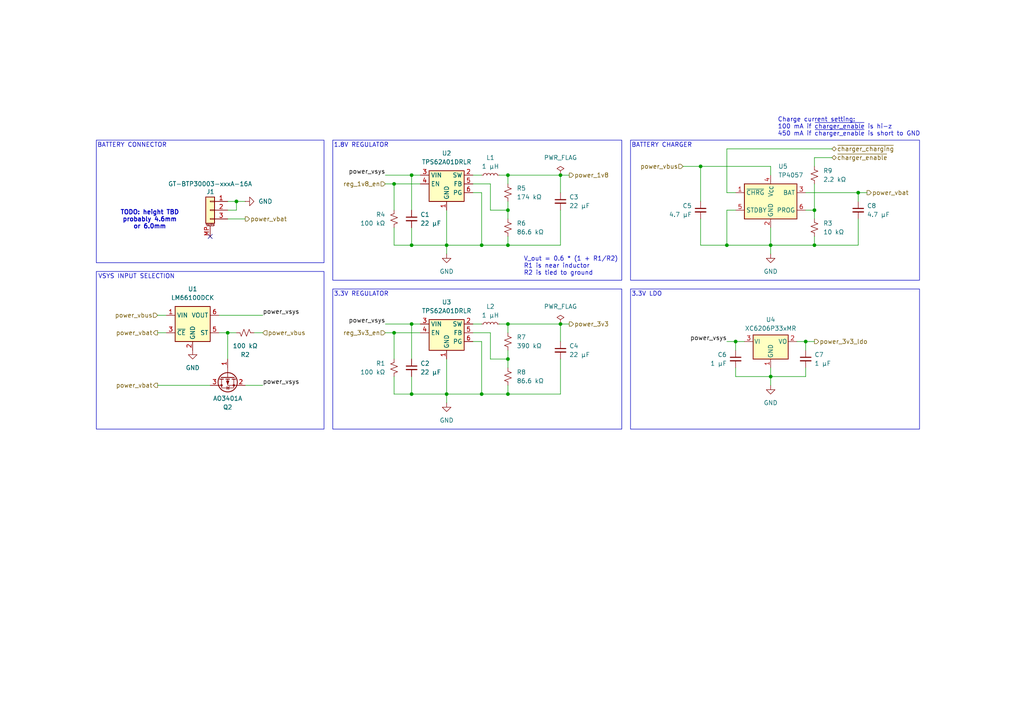
<source format=kicad_sch>
(kicad_sch (version 20250114) (generator "eeschema") (generator_version "9.0")
  (paper "A4")
  (title_block (title "Power supply / battery charger") (date "2024-11-14") (rev "Rev1.1") (comment 1 "Author: Aidan MacDonald") (comment 2 "Status: Development"))
  (lib_symbols
    (symbol "Battery_Management:TP4057"
      (property "Reference" "U5" (at 2.1941 10.16 0))
      (property "Value" "TP4057" (at 2.1941 7.62 0))
      (symbol "TP4057_0_1"
        (rectangle (start -7.62 5.08) (end 7.62 -5.08) (stroke (width 0.254)) (fill (type background)))
      )
      (symbol "TP4057_1_1"
        (pin open_collector line (at -10.16 2.54 0) (length 2.54) (name "~{CHRG}") (number "1"))
        (pin power_in line (at -10.16 -2.54 0) (length 2.54) (name "STDBY") (number "5"))
        (pin power_in line (at 0 7.62 270) (length 2.54) (name "V_{CC}") (number "4"))
        (pin power_in line (at 0 -7.62 90) (length 2.54) (name "GND") (number "2"))
        (pin power_out line (at 10.16 2.54 180) (length 2.54) (name "BAT") (number "3"))
        (pin passive line (at 10.16 -2.54 180) (length 2.54) (name "PROG") (number "6"))
      )
    )
    (symbol "Device:C_Small" (pin_numbers (hide yes)) (pin_names (offset 0.254) (hide yes))
      (property "Reference" "C" (at 0.254 1.778 0))
      (property "Value" "C_Small" (at 0.254 -2.032 0))
      (symbol "C_Small_0_1"
        (polyline (pts (xy -1.524 0.508) (xy 1.524 0.508)) (stroke (width 0.3048)))
        (polyline (pts (xy -1.524 -0.508) (xy 1.524 -0.508)) (stroke (width 0.3302)))
      )
      (symbol "C_Small_1_1"
        (pin passive line (at 0 2.54 270) (length 2.032) (name "~") (number "1"))
        (pin passive line (at 0 -2.54 90) (length 2.032) (name "~") (number "2"))
      )
    )
    (symbol "Device:L_Small" (pin_numbers (hide yes)) (pin_names (offset 0.254) (hide yes))
      (property "Reference" "L" (at 0.762 1.016 0))
      (property "Value" "L_Small" (at 0.762 -1.016 0))
      (symbol "L_Small_0_1"
        (arc (start 0 2.032) (mid 0.5058 1.524) (end 0 1.016))
        (arc (start 0 1.016) (mid 0.5058 0.508) (end 0 0))
        (arc (start 0 0) (mid 0.5058 -0.508) (end 0 -1.016))
        (arc (start 0 -1.016) (mid 0.5058 -1.524) (end 0 -2.032))
      )
      (symbol "L_Small_1_1"
        (pin passive line (at 0 2.54 270) (length 0.508) (name "~") (number "1"))
        (pin passive line (at 0 -2.54 90) (length 0.508) (name "~") (number "2"))
      )
    )
    (symbol "Device:Q_PMOS_GSD" (pin_names (offset 0) (hide yes))
      (property "Reference" "Q" (at 5.08 1.27 0))
      (property "Value" "Q_PMOS_GSD" (at 5.08 -1.27 0))
      (symbol "Q_PMOS_GSD_0_1"
        (polyline (pts (xy 0.254 1.905) (xy 0.254 -1.905)) (stroke (width 0.254)))
        (polyline (pts (xy 0.254 0) (xy -2.54 0)))
        (polyline (pts (xy 0.762 2.286) (xy 0.762 1.27)) (stroke (width 0.254)))
        (polyline (pts (xy 0.762 1.778) (xy 3.302 1.778) (xy 3.302 -1.778) (xy 0.762 -1.778)))
        (polyline (pts (xy 0.762 0.508) (xy 0.762 -0.508)) (stroke (width 0.254)))
        (polyline (pts (xy 0.762 -1.27) (xy 0.762 -2.286)) (stroke (width 0.254)))
        (circle (center 1.651 0) (radius 2.794) (stroke (width 0.254)))
        (polyline (pts (xy 2.286 0) (xy 1.27 0.381) (xy 1.27 -0.381) (xy 2.286 0)) (fill (type outline)))
        (polyline (pts (xy 2.54 2.54) (xy 2.54 1.778)))
        (circle (center 2.54 1.778) (radius 0.254) (fill (type outline)))
        (circle (center 2.54 -1.778) (radius 0.254) (fill (type outline)))
        (polyline (pts (xy 2.54 -2.54) (xy 2.54 0) (xy 0.762 0)))
        (polyline (pts (xy 2.794 -0.508) (xy 2.921 -0.381) (xy 3.683 -0.381) (xy 3.81 -0.254)))
        (polyline (pts (xy 3.302 -0.381) (xy 2.921 0.254) (xy 3.683 0.254) (xy 3.302 -0.381)))
      )
      (symbol "Q_PMOS_GSD_1_1"
        (pin input line (at -5.08 0 0) (length 2.54) (name "G") (number "1"))
        (pin passive line (at 2.54 5.08 270) (length 2.54) (name "D") (number "3"))
        (pin passive line (at 2.54 -5.08 90) (length 2.54) (name "S") (number "2"))
      )
    )
    (symbol "Device:R_Small_US" (pin_numbers (hide yes)) (pin_names (offset 0.254) (hide yes))
      (property "Reference" "R" (at 0.762 0.508 0))
      (property "Value" "R_Small_US" (at 0.762 -1.016 0))
      (symbol "R_Small_US_1_1"
        (polyline (pts (xy 0 1.524) (xy 1.016 1.143) (xy 0 0.762) (xy -1.016 0.381) (xy 0 0)))
        (polyline (pts (xy 0 0) (xy 1.016 -0.381) (xy 0 -0.762) (xy -1.016 -1.143) (xy 0 -1.524)))
        (pin passive line (at 0 2.54 270) (length 1.016) (name "~") (number "1"))
        (pin passive line (at 0 -2.54 90) (length 1.016) (name "~") (number "2"))
      )
    )
    (symbol "Regulator_Linear:XC6206PxxxMR" (pin_names (offset 0.254))
      (property "Reference" "U" (at -3.81 3.175 0))
      (property "Value" "XC6206PxxxMR" (at 0 3.175 0))
      (symbol "XC6206PxxxMR_0_1"
        (rectangle (start -5.08 1.905) (end 5.08 -5.08) (stroke (width 0.254)) (fill (type background)))
      )
      (symbol "XC6206PxxxMR_1_1"
        (pin power_in line (at -7.62 0 0) (length 2.54) (name "VI") (number "3"))
        (pin power_in line (at 0 -7.62 90) (length 2.54) (name "GND") (number "1"))
        (pin power_out line (at 7.62 0 180) (length 2.54) (name "VO") (number "2"))
      )
    )
    (symbol "TPS62A01DRLR_1"
      (property "Reference" "U2" (at 0 8.89 0))
      (property "Value" "TPS62A01DRLR" (at 0 6.35 0))
      (symbol "TPS62A01DRLR_1_0_1"
        (rectangle (start -5.08 3.81) (end 5.08 -5.08) (stroke (width 0.254)) (fill (type background)))
      )
      (symbol "TPS62A01DRLR_1_1_1"
        (pin power_in line (at -7.62 2.54 0) (length 2.54) (name "VIN") (number "3"))
        (pin input line (at -7.62 0 0) (length 2.54) (name "EN") (number "4"))
        (pin power_in line (at 0 -7.62 90) (length 2.54) (name "GND") (number "1"))
        (pin power_out line (at 7.62 2.54 180) (length 2.54) (name "SW") (number "2"))
        (pin input line (at 7.62 0 180) (length 2.54) (name "FB") (number "5"))
        (pin power_in line (at 7.62 -2.54 180) (length 2.54) (name "PG") (number "6"))
      )
    )
    (symbol "echoplayer:GT-BTP30003" (pin_names (offset 1.016) (hide yes))
      (property "Reference" "J" (at 0 5.08 0))
      (property "Value" "GT-BTP30003" (at 1.27 -5.08 0))
      (symbol "GT-BTP30003_1_1"
        (rectangle (start -1.27 3.81) (end 1.27 -3.81) (stroke (width 0.254)) (fill (type background)))
        (rectangle (start -1.27 2.667) (end 0 2.413) (stroke (width 0.1524)))
        (rectangle (start -1.27 0.127) (end 0 -0.127) (stroke (width 0.1524)))
        (rectangle (start -1.27 -2.413) (end 0 -2.667) (stroke (width 0.1524)))
        (polyline (pts (xy -1.016 -4.572) (xy 1.016 -4.572)) (stroke (width 0.1524)))
        (text "Mounting" (at 0 -4.191 0) (effects (font (size 0.381 0.381))))
        (pin passive line (at -5.08 2.54 0) (length 3.81) (name "Pin_1") (number "1"))
        (pin passive line (at -5.08 0 0) (length 3.81) (name "Pin_2") (number "2"))
        (pin passive line (at -5.08 -2.54 0) (length 3.81) (name "Pin_3") (number "3"))
        (pin passive line (at 0 -7.62 90) (length 3.048) (name "MountPin") (number "MP"))
      )
    )
    (symbol "echoplayer:LM66100DCK"
      (property "Reference" "U" (at -5.08 6.096 0))
      (property "Value" "LM66100DCK" (at 0.254 -6.35 0))
      (symbol "LM66100DCK_0_1"
        (rectangle (start -5.08 5.08) (end 5.08 -5.08) (stroke (width 0.254)) (fill (type background)))
      )
      (symbol "LM66100DCK_1_1"
        (pin power_in line (at -7.62 2.54 0) (length 2.54) (name "VIN") (number "1"))
        (pin input line (at -7.62 -2.54 0) (length 2.54) (name "~{CE}") (number "3"))
        (pin no_connect line (at 0 5.08 270) (length 2.54) (hide yes) (name "NC") (number "4"))
        (pin power_in line (at 0 -7.62 90) (length 2.54) (name "GND") (number "2"))
        (pin power_out line (at 7.62 2.54 180) (length 2.54) (name "VOUT") (number "6"))
        (pin open_collector line (at 7.62 -2.54 180) (length 2.54) (name "ST") (number "5"))
      )
    )
    (symbol "echoplayer:TPS62A01DRLR"
      (property "Reference" "U3" (at 0 8.89 0))
      (property "Value" "TPS62A01DRLR" (at 0 6.35 0))
      (symbol "TPS62A01DRLR_0_1"
        (rectangle (start -5.08 3.81) (end 5.08 -5.08) (stroke (width 0.254)) (fill (type background)))
      )
      (symbol "TPS62A01DRLR_1_1"
        (pin power_in line (at -7.62 2.54 0) (length 2.54) (name "VIN") (number "3"))
        (pin input line (at -7.62 0 0) (length 2.54) (name "EN") (number "4"))
        (pin power_in line (at 0 -7.62 90) (length 2.54) (name "GND") (number "1"))
        (pin power_out line (at 7.62 2.54 180) (length 2.54) (name "SW") (number "2"))
        (pin input line (at 7.62 0 180) (length 2.54) (name "FB") (number "5"))
        (pin power_in line (at 7.62 -2.54 180) (length 2.54) (name "PG") (number "6"))
      )
    )
    (symbol "power:GND" (power) (pin_numbers (hide yes)) (pin_names (offset 0) (hide yes))
      (property "Value" "GND" (at 0 -3.81 0))
      (symbol "GND_0_1"
        (polyline (pts (xy 0 0) (xy 0 -1.27) (xy 1.27 -1.27) (xy 0 -2.54) (xy -1.27 -1.27) (xy 0 -1.27)))
      )
      (symbol "GND_1_1"
        (pin power_in line (at 0 0 270) (length 0) (name "~") (number "1"))
      )
    )
    (symbol "power:PWR_FLAG" (power) (pin_numbers (hide yes)) (pin_names (offset 0) (hide yes))
      (property "Value" "PWR_FLAG" (at 0 3.81 0))
      (symbol "PWR_FLAG_0_0"
        (pin power_out line (at 0 0 90) (length 0) (name "~") (number "1"))
      )
      (symbol "PWR_FLAG_0_1"
        (polyline (pts (xy 0 0) (xy 0 1.27) (xy -1.016 1.905) (xy 0 2.54) (xy 1.016 1.905) (xy 0 1.27)))
      )
    )
  )
  (rectangle (start 96.52 40.64) (end 180.34 81.28))
  (rectangle (start 27.94 40.64) (end 93.98 76.2))
  (rectangle (start 96.52 83.82) (end 180.34 124.46))
  (rectangle (start 27.94 78.74) (end 93.98 124.46))
  (rectangle (start 182.88 83.82) (end 266.7 124.46))
  (rectangle (start 182.88 40.64) (end 266.7 81.28))
  (text "TODO: height TBD\nprobably 4.6mm\nor 6.0mm" (at 43.434 63.754 0) (effects (font (size 1.27 1.27) (thickness 0.254) (bold yes))))
  (text "3.3V REGULATOR" (at 96.774 85.344 0) (effects (font (size 1.27 1.27)) (justify left)))
  (text "V_out = 0.6 * (1 + R1/R2)\nR1 is near inductor\nR2 is tied to ground" (at 151.892 77.216 0) (effects (font (size 1.27 1.27)) (justify left)))
  (text "1.8V REGULATOR" (at 96.774 42.164 0) (effects (font (size 1.27 1.27)) (justify left)))
  (text "Charge current setting:\n100 mA if ~{charger_enable} is hi-z\n450 mA if ~{charger_enable} is short to GND" (at 225.552 36.83 0) (effects (font (size 1.27 1.27)) (justify left)))
  (text "BATTERY CHARGER" (at 183.134 42.164 0) (effects (font (size 1.27 1.27)) (justify left)))
  (text "BATTERY CONNECTOR" (at 28.194 42.164 0) (effects (font (size 1.27 1.27)) (justify left)))
  (text "3.3V LDO" (at 183.134 85.344 0) (effects (font (size 1.27 1.27)) (justify left)))
  (text "VSYS INPUT SELECTION" (at 28.448 80.264 0) (effects (font (size 1.27 1.27)) (justify left)))
  (junction (at 162.56 93.98))
  (junction (at 147.32 71.12))
  (junction (at 66.04 96.52))
  (junction (at 236.22 60.96))
  (junction (at 119.38 93.98))
  (junction (at 147.32 50.8))
  (junction (at 147.32 93.98))
  (junction (at 248.92 55.88))
  (junction (at 210.82 71.12))
  (junction (at 203.2 48.26))
  (junction (at 223.52 109.22))
  (junction (at 233.68 99.06))
  (junction (at 119.38 50.8))
  (junction (at 129.54 71.12))
  (junction (at 162.56 50.8))
  (junction (at 139.7 71.12))
  (junction (at 139.7 114.3))
  (junction (at 147.32 114.3))
  (junction (at 236.22 71.12))
  (junction (at 147.32 60.96))
  (junction (at 119.38 71.12))
  (junction (at 68.58 58.42))
  (junction (at 129.54 114.3))
  (junction (at 119.38 114.3))
  (junction (at 223.52 71.12))
  (junction (at 147.32 104.14))
  (junction (at 213.36 99.06))
  (junction (at 114.3 53.34))
  (junction (at 114.3 96.52))
  (no_connect (at 60.96 68.58))
  (wire (pts (xy 215.9 99.06) (xy 213.36 99.06)))
  (wire (pts (xy 142.24 60.96) (xy 147.32 60.96)))
  (wire (pts (xy 210.82 43.18) (xy 241.3 43.18)))
  (wire (pts (xy 147.32 93.98) (xy 147.32 96.52)))
  (wire (pts (xy 233.68 60.96) (xy 236.22 60.96)))
  (wire (pts (xy 236.22 45.72) (xy 236.22 48.26)))
  (wire (pts (xy 76.2 111.76) (xy 71.12 111.76)))
  (wire (pts (xy 139.7 55.88) (xy 139.7 71.12)))
  (wire (pts (xy 233.68 109.22) (xy 223.52 109.22)))
  (wire (pts (xy 147.32 68.58) (xy 147.32 71.12)))
  (wire (pts (xy 142.24 53.34) (xy 142.24 60.96)))
  (wire (pts (xy 236.22 71.12) (xy 236.22 68.58)))
  (wire (pts (xy 203.2 48.26) (xy 223.52 48.26)))
  (wire (pts (xy 233.68 106.68) (xy 233.68 109.22)))
  (wire (pts (xy 147.32 104.14) (xy 147.32 106.68)))
  (wire (pts (xy 119.38 93.98) (xy 121.92 93.98)))
  (wire (pts (xy 248.92 55.88) (xy 248.92 58.42)))
  (wire (pts (xy 119.38 109.22) (xy 119.38 114.3)))
  (wire (pts (xy 129.54 114.3) (xy 129.54 116.84)))
  (wire (pts (xy 137.16 96.52) (xy 142.24 96.52)))
  (wire (pts (xy 119.38 50.8) (xy 121.92 50.8)))
  (wire (pts (xy 223.52 71.12) (xy 236.22 71.12)))
  (wire (pts (xy 111.76 53.34) (xy 114.3 53.34)))
  (wire (pts (xy 142.24 53.34) (xy 137.16 53.34)))
  (wire (pts (xy 223.52 66.04) (xy 223.52 71.12)))
  (wire (pts (xy 147.32 111.76) (xy 147.32 114.3)))
  (wire (pts (xy 119.38 114.3) (xy 129.54 114.3)))
  (wire (pts (xy 129.54 71.12) (xy 129.54 73.66)))
  (wire (pts (xy 137.16 93.98) (xy 139.7 93.98)))
  (wire (pts (xy 119.38 50.8) (xy 119.38 60.96)))
  (wire (pts (xy 66.04 96.52) (xy 66.04 104.14)))
  (wire (pts (xy 223.52 106.68) (xy 223.52 109.22)))
  (wire (pts (xy 144.78 50.8) (xy 147.32 50.8)))
  (wire (pts (xy 241.3 45.72) (xy 236.22 45.72)))
  (wire (pts (xy 248.92 55.88) (xy 251.46 55.88)))
  (wire (pts (xy 162.56 71.12) (xy 147.32 71.12)))
  (wire (pts (xy 233.68 99.06) (xy 236.22 99.06)))
  (wire (pts (xy 142.24 96.52) (xy 142.24 104.14)))
  (wire (pts (xy 129.54 104.14) (xy 129.54 114.3)))
  (wire (pts (xy 114.3 114.3) (xy 119.38 114.3)))
  (wire (pts (xy 162.56 93.98) (xy 165.1 93.98)))
  (wire (pts (xy 129.54 114.3) (xy 139.7 114.3)))
  (wire (pts (xy 137.16 99.06) (xy 139.7 99.06)))
  (wire (pts (xy 139.7 99.06) (xy 139.7 114.3)))
  (wire (pts (xy 63.5 96.52) (xy 66.04 96.52)))
  (wire (pts (xy 111.76 96.52) (xy 114.3 96.52)))
  (wire (pts (xy 203.2 63.5) (xy 203.2 71.12)))
  (wire (pts (xy 129.54 60.96) (xy 129.54 71.12)))
  (wire (pts (xy 114.3 71.12) (xy 119.38 71.12)))
  (wire (pts (xy 162.56 50.8) (xy 147.32 50.8)))
  (wire (pts (xy 162.56 104.14) (xy 162.56 114.3)))
  (wire (pts (xy 137.16 50.8) (xy 139.7 50.8)))
  (wire (pts (xy 248.92 71.12) (xy 236.22 71.12)))
  (wire (pts (xy 147.32 71.12) (xy 139.7 71.12)))
  (wire (pts (xy 66.04 63.5) (xy 71.12 63.5)))
  (wire (pts (xy 231.14 99.06) (xy 233.68 99.06)))
  (wire (pts (xy 213.36 60.96) (xy 210.82 60.96)))
  (wire (pts (xy 233.68 55.88) (xy 248.92 55.88)))
  (wire (pts (xy 203.2 48.26) (xy 203.2 58.42)))
  (wire (pts (xy 210.82 71.12) (xy 223.52 71.12)))
  (wire (pts (xy 210.82 60.96) (xy 210.82 71.12)))
  (wire (pts (xy 142.24 104.14) (xy 147.32 104.14)))
  (wire (pts (xy 114.3 96.52) (xy 121.92 96.52)))
  (wire (pts (xy 147.32 50.8) (xy 147.32 53.34)))
  (wire (pts (xy 248.92 63.5) (xy 248.92 71.12)))
  (wire (pts (xy 66.04 60.96) (xy 68.58 60.96)))
  (wire (pts (xy 114.3 96.52) (xy 114.3 104.14)))
  (wire (pts (xy 137.16 55.88) (xy 139.7 55.88)))
  (wire (pts (xy 147.32 58.42) (xy 147.32 60.96)))
  (wire (pts (xy 45.72 111.76) (xy 60.96 111.76)))
  (wire (pts (xy 111.76 93.98) (xy 119.38 93.98)))
  (wire (pts (xy 162.56 50.8) (xy 165.1 50.8)))
  (wire (pts (xy 236.22 53.34) (xy 236.22 60.96)))
  (wire (pts (xy 162.56 93.98) (xy 147.32 93.98)))
  (wire (pts (xy 119.38 93.98) (xy 119.38 104.14)))
  (wire (pts (xy 119.38 71.12) (xy 129.54 71.12)))
  (wire (pts (xy 114.3 53.34) (xy 114.3 60.96)))
  (wire (pts (xy 68.58 58.42) (xy 71.12 58.42)))
  (wire (pts (xy 213.36 106.68) (xy 213.36 109.22)))
  (wire (pts (xy 45.72 96.52) (xy 48.26 96.52)))
  (wire (pts (xy 162.56 60.96) (xy 162.56 71.12)))
  (wire (pts (xy 114.3 109.22) (xy 114.3 114.3)))
  (wire (pts (xy 198.12 48.26) (xy 203.2 48.26)))
  (wire (pts (xy 210.82 55.88) (xy 210.82 43.18)))
  (wire (pts (xy 223.52 48.26) (xy 223.52 50.8)))
  (wire (pts (xy 233.68 99.06) (xy 233.68 101.6)))
  (wire (pts (xy 213.36 55.88) (xy 210.82 55.88)))
  (wire (pts (xy 213.36 99.06) (xy 213.36 101.6)))
  (wire (pts (xy 162.56 55.88) (xy 162.56 50.8)))
  (wire (pts (xy 66.04 96.52) (xy 68.58 96.52)))
  (wire (pts (xy 76.2 96.52) (xy 73.66 96.52)))
  (wire (pts (xy 45.72 91.44) (xy 48.26 91.44)))
  (wire (pts (xy 223.52 73.66) (xy 223.52 71.12)))
  (wire (pts (xy 147.32 60.96) (xy 147.32 63.5)))
  (wire (pts (xy 162.56 114.3) (xy 147.32 114.3)))
  (wire (pts (xy 111.76 50.8) (xy 119.38 50.8)))
  (wire (pts (xy 114.3 66.04) (xy 114.3 71.12)))
  (wire (pts (xy 147.32 101.6) (xy 147.32 104.14)))
  (wire (pts (xy 144.78 93.98) (xy 147.32 93.98)))
  (wire (pts (xy 66.04 58.42) (xy 68.58 58.42)))
  (wire (pts (xy 210.82 99.06) (xy 213.36 99.06)))
  (wire (pts (xy 139.7 114.3) (xy 147.32 114.3)))
  (wire (pts (xy 213.36 109.22) (xy 223.52 109.22)))
  (wire (pts (xy 223.52 109.22) (xy 223.52 111.76)))
  (wire (pts (xy 119.38 66.04) (xy 119.38 71.12)))
  (wire (pts (xy 114.3 53.34) (xy 121.92 53.34)))
  (wire (pts (xy 162.56 99.06) (xy 162.56 93.98)))
  (wire (pts (xy 68.58 58.42) (xy 68.58 60.96)))
  (wire (pts (xy 203.2 71.12) (xy 210.82 71.12)))
  (wire (pts (xy 139.7 71.12) (xy 129.54 71.12)))
  (wire (pts (xy 236.22 60.96) (xy 236.22 63.5)))
  (wire (pts (xy 63.5 91.44) (xy 76.2 91.44)))
  (label "power_vsys" (at 76.2 111.76 0))
  (label "power_vsys" (at 111.76 93.98 180))
  (label "power_vsys" (at 76.2 91.44 0))
  (label "power_vsys" (at 210.82 99.06 180))
  (label "power_vsys" (at 111.76 50.8 180))
  (hierarchical_label "power_vbat" (shape output) (at 45.72 96.52 180))
  (hierarchical_label "~{charger_charging}" (shape tri_state) (at 241.3 43.18 0))
  (hierarchical_label "power_3v3" (shape output) (at 165.1 93.98 0))
  (hierarchical_label "reg_3v3_en" (shape input) (at 111.76 96.52 180))
  (hierarchical_label "power_vbus" (shape input) (at 198.12 48.26 180))
  (hierarchical_label "power_vbus" (shape input) (at 45.72 91.44 180))
  (hierarchical_label "power_vbus" (shape input) (at 76.2 96.52 0))
  (hierarchical_label "power_vbat" (shape output) (at 71.12 63.5 0))
  (hierarchical_label "power_1v8" (shape output) (at 165.1 50.8 0))
  (hierarchical_label "~{charger_enable}" (shape tri_state) (at 241.3 45.72 0))
  (hierarchical_label "reg_1v8_en" (shape input) (at 111.76 53.34 180))
  (hierarchical_label "power_3v3_ldo" (shape output) (at 236.22 99.06 0))
  (hierarchical_label "power_vbat" (shape output) (at 251.46 55.88 0))
  (hierarchical_label "power_vbat" (shape output) (at 45.72 111.76 180))
  (symbol (lib_id "power:PWR_FLAG") (at 162.56 93.98 0) (unit 1)
    (property "Reference" "#FLG02" (effects (hide yes)))
    (property "Value" "PWR_FLAG" (at 162.56 88.9 0))
    (property "Description" "Special symbol for telling ERC where power comes from" (effects (hide yes)))
  )
  (symbol (lib_id "Device:R_Small_US") (at 114.3 63.5 0) (mirror y) (unit 1)
    (property "Reference" "R4" (at 111.76 62.2299 0) (effects (justify left)))
    (property "Value" "100 kΩ" (at 111.76 64.7699 0) (effects (justify left)))
    (property "Footprint" "Resistor_SMD:R_0402_1005Metric" (effects (hide yes)))
    (property "Description" "Resistor, small US symbol" (effects (hide yes)))
    (property "LCSC#" "C60491" (effects (hide yes)))
  )
  (symbol (lib_id "Battery_Management:TP4057") (at 223.52 58.42 0) (unit 1)
    (property "Reference" "U5" (at 225.7141 48.26 0) (effects (justify left)))
    (property "Value" "TP4057" (at 225.7141 50.8 0) (effects (justify left)))
    (property "Footprint" "Package_TO_SOT_SMD:TSOT-23-6" (effects (hide yes)))
    (property "Datasheet" "http://toppwr.com/uploadfile/file/20230304/640302a47b738.pdf" (effects (hide yes)))
    (property "Description" "Constant-current/constant-voltage linear charger for single cell lithium-ion batteries with 2.9V Trickle Charge, 4.5V to 6.5V VDD, -40 to +85 degree Celsius, TSOT-23-5" (effects (hide yes)))
    (property "LCSC#" "C725791" (effects (hide yes)))
  )
  (symbol (lib_id "echoplayer:TPS62A01DRLR") (at 129.54 96.52 0) (unit 1)
    (property "Reference" "U3" (at 129.54 87.63 0))
    (property "Value" "TPS62A01DRLR" (at 129.54 90.17 0))
    (property "Footprint" "Package_TO_SOT_SMD:SOT-563" (effects (hide yes)))
    (property "Datasheet" "https://www.ti.com/lit/ds/symlink/tps62a01.pdf" (effects (hide yes)))
    (property "Description" "2.4 MHz, 1A, 2.5V-5.5V input, synchronous buck converter" (effects (hide yes)))
    (property "LCSC#" "C5157937" (effects (hide yes)))
  )
  (symbol (lib_id "Device:R_Small_US") (at 236.22 66.04 0) (unit 1)
    (property "Reference" "R3" (at 238.76 64.7699 0) (effects (justify left)))
    (property "Value" "10 kΩ" (at 238.76 67.3099 0) (effects (justify left)))
    (property "Footprint" "Resistor_SMD:R_0402_1005Metric" (effects (hide yes)))
    (property "Description" "Resistor, small US symbol" (effects (hide yes)))
    (property "LCSC#" "C60490" (effects (hide yes)))
  )
  (symbol (lib_id "Device:R_Small_US") (at 147.32 66.04 0) (unit 1)
    (property "Reference" "R6" (at 149.86 64.7699 0) (effects (justify left)))
    (property "Value" "86.6 kΩ" (at 149.86 67.3099 0) (effects (justify left)))
    (property "Footprint" "Resistor_SMD:R_0603_1608Metric" (effects (hide yes)))
    (property "Description" "Resistor, small US symbol" (effects (hide yes)))
    (property "LCSC#" "C3000725" (effects (hide yes)))
  )
  (symbol (lib_id "Device:L_Small") (at 142.24 93.98 90) (unit 1)
    (property "Reference" "L2" (at 142.24 88.9 90))
    (property "Value" "1 µH" (at 142.24 91.44 90))
    (property "Footprint" "echoplayer:L_0806_2016Metric" (effects (hide yes)))
    (property "Datasheet" "https://www.lcsc.com/datasheet/lcsc_datasheet_2410010330_Murata-Electronics-DFE201610E-1R0M-P2_C161082.pdf" (effects (hide yes)))
    (property "Description" "Inductor, small symbol" (effects (hide yes)))
    (property "LCSC#" "C161082" (effects (hide yes)))
  )
  (symbol (lib_id "Device:L_Small") (at 142.24 50.8 90) (unit 1)
    (property "Reference" "L1" (at 142.24 45.72 90))
    (property "Value" "1 µH" (at 142.24 48.26 90))
    (property "Footprint" "echoplayer:L_0806_2016Metric" (effects (hide yes)))
    (property "Datasheet" "https://www.lcsc.com/datasheet/lcsc_datasheet_2410010330_Murata-Electronics-DFE201610E-1R0M-P2_C161082.pdf" (effects (hide yes)))
    (property "Description" "Inductor, small symbol" (effects (hide yes)))
    (property "LCSC#" "C161082" (effects (hide yes)))
  )
  (symbol (lib_id "Device:Q_PMOS_GSD") (at 66.04 109.22 90) (mirror x) (unit 1)
    (property "Reference" "Q2" (at 66.04 118.11 90))
    (property "Value" "AO3401A" (at 66.04 115.57 90))
    (property "Footprint" "Package_TO_SOT_SMD:SOT-23" (effects (hide yes)))
    (property "Datasheet" "https://www.lcsc.com/datasheet/lcsc_datasheet_2311091734_UMW-Youtai-Semiconductor-Co---Ltd--AO3401A_C347476.pdf" (effects (hide yes)))
    (property "Description" "P-MOSFET transistor, gate/source/drain" (effects (hide yes)))
    (property "LCSC#" "C347476" (effects (hide yes)))
  )
  (symbol (lib_id "echoplayer:GT-BTP30003") (at 60.96 60.96 0) (mirror y) (unit 1)
    (property "Reference" "J1" (at 62.23 55.626 0) (effects (justify left)))
    (property "Value" "GT-BTP30003-xxxA-16A" (at 73.152 53.34 0) (effects (justify left)))
    (property "Footprint" "echoplayer:Conn_GT-BTP30003-xxxxA-016A" (effects (hide yes)))
    (property "Datasheet" "https://www.lcsc.com/datasheet/lcsc_datasheet_2409091552_G-Switch-GT-BTP30003-0460A-016A_C41378737.pdf" (effects (hide yes)))
    (property "Description" "3-pin blade/shrapnel battery connector, SMD, vertical mount with mounting pin" (effects (hide yes)))
    (property "LCSC#" "C41378737" (effects (hide yes)))
  )
  (symbol (lib_id "Device:C_Small") (at 162.56 101.6 0) (mirror y) (unit 1)
    (property "Reference" "C4" (at 165.1 100.3362 0) (effects (justify right)))
    (property "Value" "22 µF" (at 165.1 102.8762 0) (effects (justify right)))
    (property "Footprint" "Capacitor_SMD:C_0805_2012Metric" (effects (hide yes)))
    (property "Description" "Unpolarized capacitor, small symbol" (effects (hide yes)))
    (property "LCSC#" "C86816" (effects (hide yes)))
  )
  (symbol (lib_id "power:GND") (at 223.52 73.66 0) (unit 1)
    (property "Reference" "#PWR016" (effects (hide yes)))
    (property "Value" "GND" (at 223.52 78.74 0))
    (property "Description" "Power symbol creates a global label with name \"GND\" , ground" (effects (hide yes)))
  )
  (symbol (lib_id "power:GND") (at 223.52 111.76 0) (unit 1)
    (property "Reference" "#PWR015" (effects (hide yes)))
    (property "Value" "GND" (at 223.52 116.84 0))
    (property "Description" "Power symbol creates a global label with name \"GND\" , ground" (effects (hide yes)))
  )
  (symbol (lib_id "Device:R_Small_US") (at 114.3 106.68 0) (mirror y) (unit 1)
    (property "Reference" "R1" (at 111.76 105.4099 0) (effects (justify left)))
    (property "Value" "100 kΩ" (at 111.76 107.9499 0) (effects (justify left)))
    (property "Footprint" "Resistor_SMD:R_0402_1005Metric" (effects (hide yes)))
    (property "Description" "Resistor, small US symbol" (effects (hide yes)))
    (property "LCSC#" "C60491" (effects (hide yes)))
  )
  (symbol (lib_id "Device:R_Small_US") (at 147.32 109.22 0) (unit 1)
    (property "Reference" "R8" (at 149.86 107.9499 0) (effects (justify left)))
    (property "Value" "86.6 kΩ" (at 149.86 110.4899 0) (effects (justify left)))
    (property "Footprint" "Resistor_SMD:R_0603_1608Metric" (effects (hide yes)))
    (property "Description" "Resistor, small US symbol" (effects (hide yes)))
    (property "LCSC#" "C3000725" (effects (hide yes)))
  )
  (symbol (lib_id "Device:R_Small_US") (at 147.32 99.06 0) (unit 1)
    (property "Reference" "R7" (at 149.86 97.7899 0) (effects (justify left)))
    (property "Value" "390 kΩ" (at 149.86 100.3299 0) (effects (justify left)))
    (property "Footprint" "Resistor_SMD:R_0603_1608Metric" (effects (hide yes)))
    (property "Description" "Resistor, small US symbol" (effects (hide yes)))
    (property "LCSC#" "C23150" (effects (hide yes)))
  )
  (symbol (lib_id "Device:C_Small") (at 162.56 58.42 0) (mirror y) (unit 1)
    (property "Reference" "C3" (at 165.1 57.1562 0) (effects (justify right)))
    (property "Value" "22 µF" (at 165.1 59.6962 0) (effects (justify right)))
    (property "Footprint" "Capacitor_SMD:C_0805_2012Metric" (effects (hide yes)))
    (property "Description" "Unpolarized capacitor, small symbol" (effects (hide yes)))
    (property "LCSC#" "C86816" (effects (hide yes)))
  )
  (symbol (lib_id "power:GND") (at 71.12 58.42 90) (unit 1)
    (property "Reference" "#PWR011" (effects (hide yes)))
    (property "Value" "GND" (at 74.93 58.4199 90) (effects (justify right)))
    (property "Description" "Power symbol creates a global label with name \"GND\" , ground" (effects (hide yes)))
  )
  (symbol (lib_name "TPS62A01DRLR_1") (lib_id "echoplayer:TPS62A01DRLR") (at 129.54 53.34 0) (unit 1)
    (property "Reference" "U2" (at 129.54 44.45 0))
    (property "Value" "TPS62A01DRLR" (at 129.54 46.99 0))
    (property "Footprint" "Package_TO_SOT_SMD:SOT-563" (effects (hide yes)))
    (property "Datasheet" "https://www.ti.com/lit/ds/symlink/tps62a01.pdf" (effects (hide yes)))
    (property "Description" "2.4 MHz, 1A, 2.5V-5.5V input, synchronous buck converter" (effects (hide yes)))
    (property "LCSC#" "C5157937" (effects (hide yes)))
  )
  (symbol (lib_id "Device:R_Small_US") (at 236.22 50.8 0) (unit 1)
    (property "Reference" "R9" (at 238.76 49.5299 0) (effects (justify left)))
    (property "Value" "2.2 kΩ" (at 238.76 52.0699 0) (effects (justify left)))
    (property "Footprint" "Resistor_SMD:R_0402_1005Metric" (effects (hide yes)))
    (property "Description" "Resistor, small US symbol" (effects (hide yes)))
    (property "LCSC#" "C114762" (effects (hide yes)))
  )
  (symbol (lib_id "power:GND") (at 55.88 101.6 0) (unit 1)
    (property "Reference" "#PWR010" (effects (hide yes)))
    (property "Value" "GND" (at 55.88 106.68 0))
    (property "Description" "Power symbol creates a global label with name \"GND\" , ground" (effects (hide yes)))
  )
  (symbol (lib_id "power:GND") (at 129.54 73.66 0) (unit 1)
    (property "Reference" "#PWR013" (effects (hide yes)))
    (property "Value" "GND" (at 129.54 78.74 0))
    (property "Description" "Power symbol creates a global label with name \"GND\" , ground" (effects (hide yes)))
  )
  (symbol (lib_id "Device:C_Small") (at 233.68 104.14 0) (unit 1)
    (property "Reference" "C7" (at 236.22 102.8762 0) (effects (justify left)))
    (property "Value" "1 µF" (at 236.22 105.4162 0) (effects (justify left)))
    (property "Footprint" "Capacitor_SMD:C_0402_1005Metric" (effects (hide yes)))
    (property "Description" "Unpolarized capacitor, small symbol" (effects (hide yes)))
    (property "LCSC#" "C52923" (effects (hide yes)))
  )
  (symbol (lib_id "Device:R_Small_US") (at 147.32 55.88 0) (unit 1)
    (property "Reference" "R5" (at 149.86 54.6099 0) (effects (justify left)))
    (property "Value" "174 kΩ" (at 149.86 57.1499 0) (effects (justify left)))
    (property "Footprint" "Resistor_SMD:R_0603_1608Metric" (effects (hide yes)))
    (property "Description" "Resistor, small US symbol" (effects (hide yes)))
    (property "LCSC#" "C2933159" (effects (hide yes)))
  )
  (symbol (lib_id "Device:C_Small") (at 119.38 106.68 0) (mirror y) (unit 1)
    (property "Reference" "C2" (at 121.92 105.4162 0) (effects (justify right)))
    (property "Value" "22 µF" (at 121.92 107.9562 0) (effects (justify right)))
    (property "Footprint" "Capacitor_SMD:C_0805_2012Metric" (effects (hide yes)))
    (property "Description" "Unpolarized capacitor, small symbol" (effects (hide yes)))
    (property "LCSC#" "C86816" (effects (hide yes)))
  )
  (symbol (lib_id "echoplayer:LM66100DCK") (at 55.88 93.98 0) (unit 1)
    (property "Reference" "U1" (at 55.88 83.82 0))
    (property "Value" "LM66100DCK" (at 55.88 86.36 0))
    (property "Footprint" "Package_TO_SOT_SMD:Texas_R-PDSO-G6" (effects (hide yes)))
    (property "Datasheet" "https://www.ti.com/lit/ds/symlink/lm66100.pdf" (effects (hide yes)))
    (property "Description" "Ideal Diode With Input Polarity Protection 1.5 - 5.5V  Input Voltage, 1.5A Output Current, Ron 141 mOhm, SC-70-6" (effects (hide yes)))
    (property "LCSC#" "C2869734" (effects (hide yes)))
  )
  (symbol (lib_id "Device:C_Small") (at 213.36 104.14 0) (mirror y) (unit 1)
    (property "Reference" "C6" (at 210.82 102.8762 0) (effects (justify left)))
    (property "Value" "1 µF" (at 210.82 105.4162 0) (effects (justify left)))
    (property "Footprint" "Capacitor_SMD:C_0402_1005Metric" (effects (hide yes)))
    (property "Description" "Unpolarized capacitor, small symbol" (effects (hide yes)))
    (property "LCSC#" "C52923" (effects (hide yes)))
  )
  (symbol (lib_id "power:GND") (at 129.54 116.84 0) (unit 1)
    (property "Reference" "#PWR014" (effects (hide yes)))
    (property "Value" "GND" (at 129.54 121.92 0))
    (property "Description" "Power symbol creates a global label with name \"GND\" , ground" (effects (hide yes)))
  )
  (symbol (lib_id "Device:C_Small") (at 119.38 63.5 0) (mirror y) (unit 1)
    (property "Reference" "C1" (at 121.92 62.2362 0) (effects (justify right)))
    (property "Value" "22 µF" (at 121.92 64.7762 0) (effects (justify right)))
    (property "Footprint" "Capacitor_SMD:C_0805_2012Metric" (effects (hide yes)))
    (property "Description" "Unpolarized capacitor, small symbol" (effects (hide yes)))
    (property "LCSC#" "C86816" (effects (hide yes)))
  )
  (symbol (lib_id "Device:R_Small_US") (at 71.12 96.52 270) (mirror x) (unit 1)
    (property "Reference" "R2" (at 71.12 102.87 90))
    (property "Value" "100 kΩ" (at 71.12 100.33 90))
    (property "Footprint" "Resistor_SMD:R_0402_1005Metric" (effects (hide yes)))
    (property "Description" "Resistor, small US symbol" (effects (hide yes)))
    (property "LCSC#" "C60491" (effects (hide yes)))
  )
  (symbol (lib_id "Device:C_Small") (at 203.2 60.96 0) (unit 1)
    (property "Reference" "C5" (at 200.66 59.6962 0) (effects (justify right)))
    (property "Value" "4.7 µF" (at 200.66 62.2362 0) (effects (justify right)))
    (property "Footprint" "Capacitor_SMD:C_0603_1608Metric" (effects (hide yes)))
    (property "Description" "Unpolarized capacitor, small symbol" (effects (hide yes)))
    (property "LCSC#" "C69335" (effects (hide yes)))
  )
  (symbol (lib_id "power:PWR_FLAG") (at 162.56 50.8 0) (unit 1)
    (property "Reference" "#FLG01" (effects (hide yes)))
    (property "Value" "PWR_FLAG" (at 162.56 45.72 0))
    (property "Description" "Special symbol for telling ERC where power comes from" (effects (hide yes)))
  )
  (symbol (lib_id "Regulator_Linear:XC6206PxxxMR") (at 223.52 99.06 0) (unit 1)
    (property "Reference" "U4" (at 223.52 92.71 0))
    (property "Value" "XC6206P33xMR" (at 223.52 95.25 0))
    (property "Footprint" "Package_TO_SOT_SMD:SOT-23-3" (effects (hide yes)))
    (property "Datasheet" "https://www.torexsemi.com/file/xc6206/XC6206.pdf" (effects (hide yes)))
    (property "Description" "Positive 60-250mA Low Dropout Regulator, Fixed Output, SOT-23" (effects (hide yes)))
    (property "LCSC#" "C5446" (effects (hide yes)))
  )
  (symbol (lib_id "Device:C_Small") (at 248.92 60.96 0) (mirror y) (unit 1)
    (property "Reference" "C8" (at 251.46 59.6962 0) (effects (justify right)))
    (property "Value" "4.7 µF" (at 251.46 62.2362 0) (effects (justify right)))
    (property "Footprint" "Capacitor_SMD:C_0603_1608Metric" (effects (hide yes)))
    (property "Description" "Unpolarized capacitor, small symbol" (effects (hide yes)))
    (property "LCSC#" "C69335" (effects (hide yes)))
  )
)
</source>
